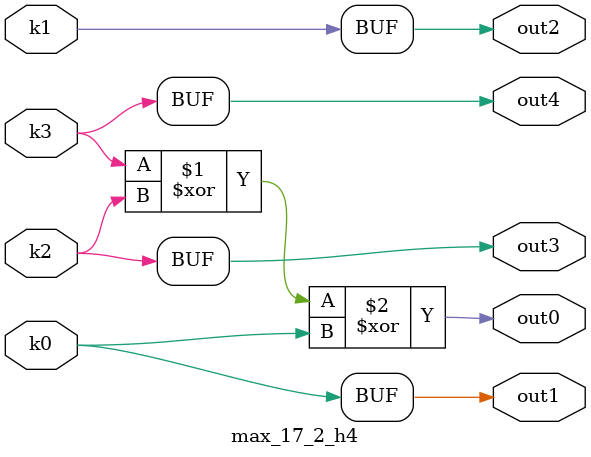
<source format=v>
module max_17_2(pi0, pi1, pi2, pi3, pi4, pi5, pi6, pi7, po0, po1, po2, po3, po4);
input pi0, pi1, pi2, pi3, pi4, pi5, pi6, pi7;
output po0, po1, po2, po3, po4;
wire k0, k1, k2, k3;
max_17_2_w4 DUT1 (pi0, pi1, pi2, pi3, pi4, pi5, pi6, pi7, k0, k1, k2, k3);
max_17_2_h4 DUT2 (k0, k1, k2, k3, po0, po1, po2, po3, po4);
endmodule

module max_17_2_w4(in7, in6, in5, in4, in3, in2, in1, in0, k3, k2, k1, k0);
input in7, in6, in5, in4, in3, in2, in1, in0;
output k3, k2, k1, k0;
assign k0 =   in1 ? ~in7 : ~in4;
assign k1 =   in1 ? ~in5 : ~in2;
assign k2 =   ((~in5 | in2) & ((~in0 & (~in6 | in3) & (~in7 | in4)) | (~in6 & in3))) | (~in5 & in2);
assign k3 =   ~in7 & in4;
endmodule

module max_17_2_h4(k3, k2, k1, k0, out4, out3, out2, out1, out0);
input k3, k2, k1, k0;
output out4, out3, out2, out1, out0;
assign out0 = k3 ^ k2 ^ k0;
assign out1 = k0;
assign out2 = k1;
assign out3 = k2;
assign out4 = k3;
endmodule

</source>
